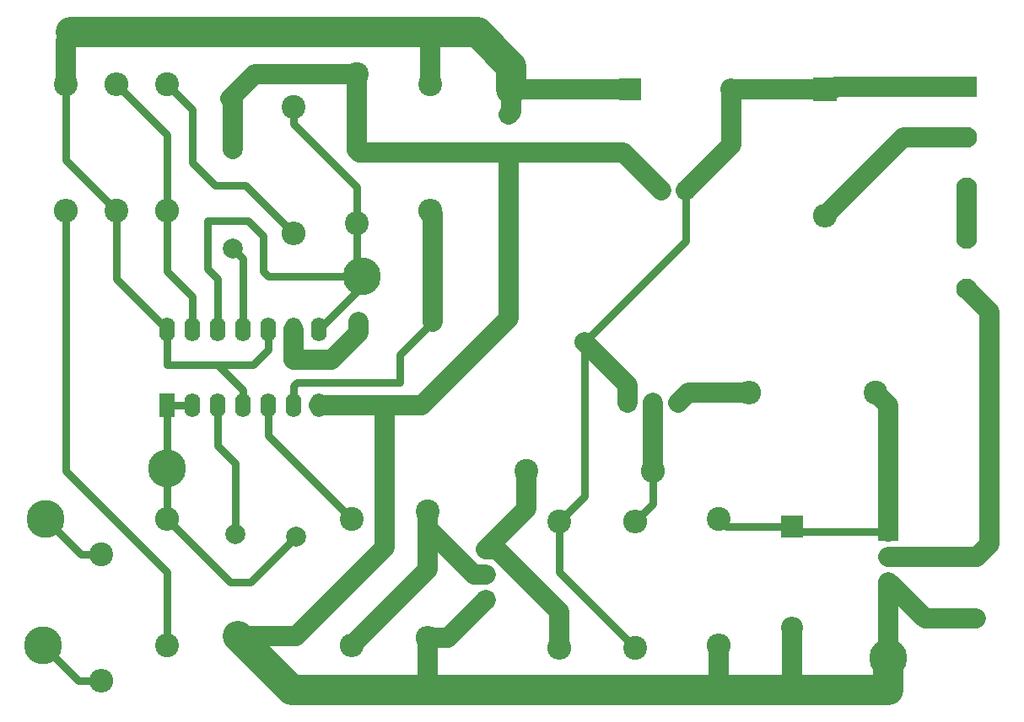
<source format=gbr>
G04 #@! TF.GenerationSoftware,KiCad,Pcbnew,(5.0.1)-4*
G04 #@! TF.CreationDate,2020-04-28T21:10:57-04:00*
G04 #@! TF.ProjectId,EFC_DIY_version,4546435F4449595F76657273696F6E2E,v01*
G04 #@! TF.SameCoordinates,Original*
G04 #@! TF.FileFunction,Copper,L1,Top,Signal*
G04 #@! TF.FilePolarity,Positive*
%FSLAX46Y46*%
G04 Gerber Fmt 4.6, Leading zero omitted, Abs format (unit mm)*
G04 Created by KiCad (PCBNEW (5.0.1)-4) date 4/28/2020 9:10:57 PM*
%MOMM*%
%LPD*%
G01*
G04 APERTURE LIST*
G04 #@! TA.AperFunction,ComponentPad*
%ADD10O,2.200000X2.200000*%
G04 #@! TD*
G04 #@! TA.AperFunction,ComponentPad*
%ADD11R,2.200000X2.200000*%
G04 #@! TD*
G04 #@! TA.AperFunction,ComponentPad*
%ADD12R,2.000000X1.905000*%
G04 #@! TD*
G04 #@! TA.AperFunction,ComponentPad*
%ADD13O,2.000000X1.905000*%
G04 #@! TD*
G04 #@! TA.AperFunction,ComponentPad*
%ADD14O,1.600000X2.400000*%
G04 #@! TD*
G04 #@! TA.AperFunction,ComponentPad*
%ADD15R,1.600000X2.400000*%
G04 #@! TD*
G04 #@! TA.AperFunction,ComponentPad*
%ADD16R,1.500000X1.500000*%
G04 #@! TD*
G04 #@! TA.AperFunction,ComponentPad*
%ADD17C,1.500000*%
G04 #@! TD*
G04 #@! TA.AperFunction,ComponentPad*
%ADD18C,1.800000*%
G04 #@! TD*
G04 #@! TA.AperFunction,ComponentPad*
%ADD19R,2.400000X2.400000*%
G04 #@! TD*
G04 #@! TA.AperFunction,ComponentPad*
%ADD20O,2.400000X2.400000*%
G04 #@! TD*
G04 #@! TA.AperFunction,ComponentPad*
%ADD21R,1.600000X1.600000*%
G04 #@! TD*
G04 #@! TA.AperFunction,ComponentPad*
%ADD22C,1.600000*%
G04 #@! TD*
G04 #@! TA.AperFunction,ComponentPad*
%ADD23C,2.000000*%
G04 #@! TD*
G04 #@! TA.AperFunction,ComponentPad*
%ADD24O,1.600000X1.600000*%
G04 #@! TD*
G04 #@! TA.AperFunction,ComponentPad*
%ADD25C,2.400000*%
G04 #@! TD*
G04 #@! TA.AperFunction,ComponentPad*
%ADD26R,2.100000X2.100000*%
G04 #@! TD*
G04 #@! TA.AperFunction,ComponentPad*
%ADD27C,2.100000*%
G04 #@! TD*
G04 #@! TA.AperFunction,ComponentPad*
%ADD28C,3.800000*%
G04 #@! TD*
G04 #@! TA.AperFunction,Conductor*
%ADD29C,2.032000*%
G04 #@! TD*
G04 #@! TA.AperFunction,Conductor*
%ADD30C,3.048000*%
G04 #@! TD*
G04 #@! TA.AperFunction,Conductor*
%ADD31C,0.762000*%
G04 #@! TD*
G04 APERTURE END LIST*
D10*
G04 #@! TO.P,D1,2*
G04 #@! TO.N,Net-(1N5819-Pad1)*
X192532000Y-45720000D03*
D11*
G04 #@! TO.P,D1,1*
G04 #@! TO.N,/Vcc*
X182372000Y-45720000D03*
G04 #@! TD*
G04 #@! TO.P,D2,1*
G04 #@! TO.N,Net-(D2-Pad1)*
X198628000Y-89662000D03*
D10*
G04 #@! TO.P,D2,2*
G04 #@! TO.N,Earth*
X198628000Y-99822000D03*
G04 #@! TD*
D12*
G04 #@! TO.P,Q1,1*
G04 #@! TO.N,Net-(D2-Pad1)*
X208280000Y-90170000D03*
D13*
G04 #@! TO.P,Q1,2*
G04 #@! TO.N,Net-(175L10-Pad1)*
X208280000Y-92710000D03*
G04 #@! TO.P,Q1,3*
G04 #@! TO.N,Earth*
X208280000Y-95250000D03*
G04 #@! TD*
D14*
G04 #@! TO.P,U1,14*
G04 #@! TO.N,/Vcc*
X135890000Y-69850000D03*
G04 #@! TO.P,U1,7*
G04 #@! TO.N,Earth*
X151130000Y-77470000D03*
G04 #@! TO.P,U1,13*
G04 #@! TO.N,Net-(R12-Pad2)*
X138430000Y-69850000D03*
G04 #@! TO.P,U1,6*
G04 #@! TO.N,Net-(C6-Pad1)*
X148590000Y-77470000D03*
G04 #@! TO.P,U1,12*
G04 #@! TO.N,Net-(C8-Pad1)*
X140970000Y-69850000D03*
G04 #@! TO.P,U1,5*
G04 #@! TO.N,Net-(R8-Pad1)*
X146050000Y-77470000D03*
G04 #@! TO.P,U1,11*
G04 #@! TO.N,Net-(C5-Pad1)*
X143510000Y-69850000D03*
G04 #@! TO.P,U1,4*
G04 #@! TO.N,/Vcc*
X143510000Y-77470000D03*
G04 #@! TO.P,U1,10*
X146050000Y-69850000D03*
G04 #@! TO.P,U1,3*
G04 #@! TO.N,Net-(C4-Pad1)*
X140970000Y-77470000D03*
G04 #@! TO.P,U1,9*
G04 #@! TO.N,Net-(C6-Pad2)*
X148590000Y-69850000D03*
G04 #@! TO.P,U1,2*
G04 #@! TO.N,Net-(C3-Pad1)*
X138430000Y-77470000D03*
G04 #@! TO.P,U1,8*
G04 #@! TO.N,Net-(C8-Pad1)*
X151130000Y-69850000D03*
D15*
G04 #@! TO.P,U1,1*
G04 #@! TO.N,Net-(C3-Pad1)*
X135890000Y-77470000D03*
G04 #@! TD*
D16*
G04 #@! TO.P,Q3,1*
G04 #@! TO.N,Earth*
X167894000Y-97028000D03*
D17*
G04 #@! TO.P,Q3,3*
G04 #@! TO.N,Net-(Q3-Pad3)*
X167894000Y-91948000D03*
G04 #@! TO.P,Q3,2*
G04 #@! TO.N,Net-(Q3-Pad2)*
X167894000Y-94488000D03*
G04 #@! TD*
D16*
G04 #@! TO.P,Q2,1*
G04 #@! TO.N,Net-(1N5819-Pad1)*
X182118000Y-77216000D03*
D17*
G04 #@! TO.P,Q2,3*
G04 #@! TO.N,Net-(Q2-Pad3)*
X187198000Y-77216000D03*
G04 #@! TO.P,Q2,2*
G04 #@! TO.N,Net-(Q2-Pad2)*
X184658000Y-77216000D03*
G04 #@! TD*
D18*
G04 #@! TO.P,175L10,1*
G04 #@! TO.N,Net-(175L10-Pad1)*
X218440000Y-91440000D03*
G04 #@! TO.P,175L10,2*
G04 #@! TO.N,Earth*
X217040000Y-98940000D03*
G04 #@! TD*
D19*
G04 #@! TO.P,1N5819,1*
G04 #@! TO.N,Net-(1N5819-Pad1)*
X201930000Y-45720000D03*
D20*
G04 #@! TO.P,1N5819,2*
G04 #@! TO.N,Net-(1N5819-Pad2)*
X201930000Y-58420000D03*
G04 #@! TD*
D21*
G04 #@! TO.P,C1,1*
G04 #@! TO.N,Net-(1N5819-Pad1)*
X187960000Y-55880000D03*
D22*
G04 #@! TO.P,C1,2*
G04 #@! TO.N,Earth*
X185460000Y-55880000D03*
G04 #@! TD*
D23*
G04 #@! TO.P,C2,2*
G04 #@! TO.N,Earth*
X167800000Y-71120000D03*
G04 #@! TO.P,C2,1*
G04 #@! TO.N,Net-(1N5819-Pad1)*
X177800000Y-71120000D03*
G04 #@! TD*
G04 #@! TO.P,C3,1*
G04 #@! TO.N,Net-(C3-Pad1)*
X148844000Y-90678000D03*
G04 #@! TO.P,C3,2*
G04 #@! TO.N,Earth*
X148844000Y-100678000D03*
G04 #@! TD*
G04 #@! TO.P,C4,1*
G04 #@! TO.N,Net-(C4-Pad1)*
X142748000Y-90424000D03*
G04 #@! TO.P,C4,2*
G04 #@! TO.N,Earth*
X142748000Y-100424000D03*
G04 #@! TD*
G04 #@! TO.P,C5,2*
G04 #@! TO.N,Earth*
X142494000Y-51722000D03*
G04 #@! TO.P,C5,1*
G04 #@! TO.N,Net-(C5-Pad1)*
X142494000Y-61722000D03*
G04 #@! TD*
D22*
G04 #@! TO.P,C6,1*
G04 #@! TO.N,Net-(C6-Pad1)*
X162560000Y-69088000D03*
D24*
G04 #@! TO.P,C6,2*
G04 #@! TO.N,Net-(C6-Pad2)*
X155060000Y-69088000D03*
G04 #@! TD*
D25*
G04 #@! TO.P,C8,1*
G04 #@! TO.N,Net-(C8-Pad1)*
X154940000Y-59182000D03*
G04 #@! TO.P,C8,2*
G04 #@! TO.N,Earth*
X154940000Y-44182000D03*
G04 #@! TD*
D21*
G04 #@! TO.P,C9,1*
G04 #@! TO.N,/Vcc*
X170180000Y-48260000D03*
D22*
G04 #@! TO.P,C9,2*
G04 #@! TO.N,Earth*
X170180000Y-52060000D03*
G04 #@! TD*
D26*
G04 #@! TO.P,J1,1*
G04 #@! TO.N,Net-(1N5819-Pad1)*
X216154000Y-45466000D03*
D27*
G04 #@! TO.P,J1,2*
G04 #@! TO.N,Net-(1N5819-Pad2)*
X216154000Y-50546000D03*
G04 #@! TO.P,J1,3*
G04 #@! TO.N,Net-(J1-Pad3)*
X216154000Y-55626000D03*
G04 #@! TO.P,J1,4*
X216154000Y-60706000D03*
G04 #@! TO.P,J1,5*
G04 #@! TO.N,Net-(175L10-Pad1)*
X216154000Y-65786000D03*
G04 #@! TD*
D25*
G04 #@! TO.P,R1,1*
G04 #@! TO.N,Net-(D2-Pad1)*
X207010000Y-76200000D03*
D20*
G04 #@! TO.P,R1,2*
G04 #@! TO.N,Net-(Q2-Pad3)*
X194310000Y-76200000D03*
G04 #@! TD*
D25*
G04 #@! TO.P,R2,1*
G04 #@! TO.N,Net-(D2-Pad1)*
X191262000Y-88900000D03*
D20*
G04 #@! TO.P,R2,2*
G04 #@! TO.N,Earth*
X191262000Y-101600000D03*
G04 #@! TD*
G04 #@! TO.P,R3,2*
G04 #@! TO.N,Net-(Q2-Pad2)*
X182880000Y-89154000D03*
D25*
G04 #@! TO.P,R3,1*
G04 #@! TO.N,Net-(1N5819-Pad1)*
X182880000Y-101854000D03*
G04 #@! TD*
D20*
G04 #@! TO.P,R4,2*
G04 #@! TO.N,Net-(H1-Pad1)*
X129286000Y-105156000D03*
D25*
G04 #@! TO.P,R4,1*
G04 #@! TO.N,Net-(H3-Pad1)*
X129286000Y-92456000D03*
G04 #@! TD*
D20*
G04 #@! TO.P,R5,2*
G04 #@! TO.N,Net-(Q2-Pad2)*
X184658000Y-84074000D03*
D25*
G04 #@! TO.P,R5,1*
G04 #@! TO.N,Net-(Q3-Pad3)*
X171958000Y-84074000D03*
G04 #@! TD*
G04 #@! TO.P,R6,1*
G04 #@! TO.N,Net-(1N5819-Pad1)*
X175260000Y-89154000D03*
D20*
G04 #@! TO.P,R6,2*
G04 #@! TO.N,Net-(Q3-Pad3)*
X175260000Y-101854000D03*
G04 #@! TD*
D25*
G04 #@! TO.P,R7,1*
G04 #@! TO.N,Net-(Q3-Pad2)*
X162052000Y-88138000D03*
D20*
G04 #@! TO.P,R7,2*
G04 #@! TO.N,Earth*
X162052000Y-100838000D03*
G04 #@! TD*
G04 #@! TO.P,R8,2*
G04 #@! TO.N,Net-(Q3-Pad2)*
X154432000Y-101600000D03*
D25*
G04 #@! TO.P,R8,1*
G04 #@! TO.N,Net-(R8-Pad1)*
X154432000Y-88900000D03*
G04 #@! TD*
G04 #@! TO.P,R9,1*
G04 #@! TO.N,/Vcc*
X125730000Y-45212000D03*
D20*
G04 #@! TO.P,R9,2*
G04 #@! TO.N,Net-(R10-Pad1)*
X125730000Y-57912000D03*
G04 #@! TD*
G04 #@! TO.P,R10,2*
G04 #@! TO.N,Net-(C3-Pad1)*
X135890000Y-88900000D03*
D25*
G04 #@! TO.P,R10,1*
G04 #@! TO.N,Net-(R10-Pad1)*
X135890000Y-101600000D03*
G04 #@! TD*
D20*
G04 #@! TO.P,R11,2*
G04 #@! TO.N,Net-(C6-Pad1)*
X162306000Y-57912000D03*
D25*
G04 #@! TO.P,R11,1*
G04 #@! TO.N,/Vcc*
X162306000Y-45212000D03*
G04 #@! TD*
G04 #@! TO.P,R12,1*
G04 #@! TO.N,/Vcc*
X130810000Y-57912000D03*
D20*
G04 #@! TO.P,R12,2*
G04 #@! TO.N,Net-(R12-Pad2)*
X130810000Y-45212000D03*
G04 #@! TD*
D25*
G04 #@! TO.P,R13,1*
G04 #@! TO.N,Net-(R13-Pad1)*
X135890000Y-45212000D03*
D20*
G04 #@! TO.P,R13,2*
G04 #@! TO.N,Net-(R12-Pad2)*
X135890000Y-57912000D03*
G04 #@! TD*
G04 #@! TO.P,R14,2*
G04 #@! TO.N,Net-(R13-Pad1)*
X148590000Y-60198000D03*
D25*
G04 #@! TO.P,R14,1*
G04 #@! TO.N,Net-(C8-Pad1)*
X148590000Y-47498000D03*
G04 #@! TD*
D28*
G04 #@! TO.P,cap_conn1,1*
G04 #@! TO.N,Net-(C3-Pad1)*
X135890000Y-83820000D03*
G04 #@! TD*
G04 #@! TO.P,cap_conn2,1*
G04 #@! TO.N,Net-(C8-Pad1)*
X155448000Y-64516000D03*
G04 #@! TD*
G04 #@! TO.P,H1,1*
G04 #@! TO.N,Net-(H1-Pad1)*
X123444000Y-101600000D03*
G04 #@! TD*
G04 #@! TO.P,H2,1*
G04 #@! TO.N,Earth*
X208280000Y-102870000D03*
G04 #@! TD*
G04 #@! TO.P,H3,1*
G04 #@! TO.N,Net-(H3-Pad1)*
X123698000Y-88900000D03*
G04 #@! TD*
D29*
G04 #@! TO.N,Net-(175L10-Pad1)*
X208280000Y-92710000D02*
X217170000Y-92710000D01*
X217170000Y-92710000D02*
X218440000Y-91440000D01*
X218440000Y-68072000D02*
X216154000Y-65786000D01*
X218440000Y-91440000D02*
X218440000Y-68072000D01*
G04 #@! TO.N,Earth*
X181640000Y-52060000D02*
X185460000Y-55880000D01*
X170180000Y-52060000D02*
X181640000Y-52060000D01*
X170180000Y-68740000D02*
X167800000Y-71120000D01*
X170180000Y-52060000D02*
X170180000Y-68740000D01*
X167800000Y-71120000D02*
X161450000Y-77470000D01*
X155184000Y-52060000D02*
X170180000Y-52060000D01*
X154940000Y-44182000D02*
X154940000Y-51816000D01*
X154940000Y-51816000D02*
X155184000Y-52060000D01*
X161450000Y-77470000D02*
X160020000Y-77470000D01*
X143002000Y-100678000D02*
X142748000Y-100424000D01*
X148844000Y-100678000D02*
X143002000Y-100678000D01*
D30*
X148395990Y-106071990D02*
X143002000Y-100678000D01*
X159258000Y-106071990D02*
X148395990Y-106071990D01*
D29*
X162052000Y-102535056D02*
X162052000Y-106071990D01*
X162052000Y-100838000D02*
X162052000Y-102535056D01*
D30*
X162052000Y-106071990D02*
X159258000Y-106071990D01*
D29*
X157734000Y-91788000D02*
X148844000Y-100678000D01*
X157734000Y-77470000D02*
X157734000Y-91788000D01*
X157734000Y-77470000D02*
X151130000Y-77470000D01*
X160020000Y-77470000D02*
X157734000Y-77470000D01*
D30*
X167894000Y-106071990D02*
X162052000Y-106071990D01*
D29*
X142240000Y-46642000D02*
X142494000Y-46896000D01*
X142494000Y-46896000D02*
X142494000Y-51722000D01*
X144700000Y-44182000D02*
X154940000Y-44182000D01*
X142240000Y-46642000D02*
X144700000Y-44182000D01*
D30*
X208280000Y-106071990D02*
X200660000Y-106071990D01*
X208280000Y-102870000D02*
X208280000Y-106071990D01*
D29*
X208280000Y-95250000D02*
X211970000Y-98940000D01*
X211970000Y-98940000D02*
X217040000Y-98940000D01*
X208280000Y-95250000D02*
X208280000Y-102870000D01*
X164084000Y-100838000D02*
X167894000Y-97028000D01*
X162052000Y-100838000D02*
X164084000Y-100838000D01*
D30*
X195834000Y-106071990D02*
X191262000Y-106071990D01*
D29*
X191262000Y-101600000D02*
X191262000Y-106071990D01*
D30*
X191262000Y-106071990D02*
X167894000Y-106071990D01*
X200660000Y-106071990D02*
X199136000Y-106071990D01*
X199136000Y-106071990D02*
X195834000Y-106071990D01*
D29*
X198628000Y-105563990D02*
X199136000Y-106071990D01*
X198628000Y-99822000D02*
X198628000Y-105563990D01*
D31*
G04 #@! TO.N,/Vcc*
X125730000Y-52832000D02*
X130810000Y-57912000D01*
X125730000Y-45212000D02*
X125730000Y-52832000D01*
X130810000Y-64770000D02*
X135890000Y-69850000D01*
X130810000Y-57912000D02*
X130810000Y-64770000D01*
X143510000Y-75946000D02*
X143510000Y-77470000D01*
X140970000Y-73406000D02*
X143510000Y-75946000D01*
X135890000Y-69850000D02*
X135890000Y-73406000D01*
X135890000Y-73406000D02*
X140970000Y-73406000D01*
X146050000Y-71882000D02*
X146050000Y-69850000D01*
X140970000Y-73406000D02*
X144526000Y-73406000D01*
X144526000Y-73406000D02*
X146050000Y-71882000D01*
D29*
X125730000Y-45212000D02*
X125730000Y-40894000D01*
D30*
X160020000Y-39978010D02*
X126238000Y-39978010D01*
D29*
X162306000Y-43514944D02*
X162306000Y-39978010D01*
X162306000Y-45212000D02*
X162306000Y-43514944D01*
D30*
X162306000Y-39978010D02*
X160020000Y-39978010D01*
D29*
X182372000Y-45720000D02*
X170434000Y-45720000D01*
X170434000Y-48006000D02*
X170180000Y-48260000D01*
X170434000Y-45720000D02*
X170434000Y-48006000D01*
D30*
X166978010Y-39978010D02*
X162306000Y-39978010D01*
X170434000Y-43434000D02*
X166978010Y-39978010D01*
X170434000Y-45720000D02*
X170434000Y-43434000D01*
D29*
G04 #@! TO.N,Net-(1N5819-Pad2)*
X209804000Y-50546000D02*
X201930000Y-58420000D01*
X216154000Y-50546000D02*
X209804000Y-50546000D01*
D31*
G04 #@! TO.N,Net-(C3-Pad1)*
X135890000Y-88900000D02*
X135890000Y-83820000D01*
X135890000Y-83820000D02*
X135890000Y-77470000D01*
X135890000Y-77470000D02*
X138430000Y-77470000D01*
X144272000Y-95250000D02*
X148844000Y-90678000D01*
X135890000Y-88900000D02*
X142240000Y-95250000D01*
X142240000Y-95250000D02*
X144272000Y-95250000D01*
G04 #@! TO.N,Net-(C4-Pad1)*
X142748000Y-90424000D02*
X142748000Y-83312000D01*
X140970000Y-81534000D02*
X140970000Y-77470000D01*
X142748000Y-83312000D02*
X140970000Y-81534000D01*
G04 #@! TO.N,Net-(C5-Pad1)*
X143493999Y-62721999D02*
X143493999Y-65261999D01*
X142494000Y-61722000D02*
X143493999Y-62721999D01*
X143510000Y-65278000D02*
X143510000Y-69850000D01*
X143493999Y-65261999D02*
X143510000Y-65278000D01*
D29*
G04 #@! TO.N,Net-(C6-Pad1)*
X162560000Y-58166000D02*
X162306000Y-57912000D01*
X162560000Y-69088000D02*
X162560000Y-58166000D01*
D31*
X148590000Y-75508000D02*
X148914000Y-75184000D01*
X148590000Y-77470000D02*
X148590000Y-75508000D01*
X148914000Y-75184000D02*
X159258000Y-75184000D01*
X159258000Y-72390000D02*
X162560000Y-69088000D01*
X159258000Y-75184000D02*
X159258000Y-72390000D01*
D29*
G04 #@! TO.N,Net-(C6-Pad2)*
X148590000Y-69850000D02*
X148590000Y-72898000D01*
X155060000Y-70219370D02*
X155060000Y-69088000D01*
X152381370Y-72898000D02*
X155060000Y-70219370D01*
X148590000Y-72898000D02*
X152381370Y-72898000D01*
D31*
G04 #@! TO.N,Net-(C8-Pad1)*
X154940000Y-57484944D02*
X154940000Y-59182000D01*
X154940000Y-55545056D02*
X154940000Y-57484944D01*
X148590000Y-49195056D02*
X154940000Y-55545056D01*
X148590000Y-47498000D02*
X148590000Y-49195056D01*
X140970000Y-68718630D02*
X140970000Y-69850000D01*
X140970000Y-64770000D02*
X140970000Y-68718630D01*
X155448000Y-64516000D02*
X146050000Y-64516000D01*
X139954000Y-63754000D02*
X140970000Y-64770000D01*
X146050000Y-64516000D02*
X145542000Y-64008000D01*
X145542000Y-64008000D02*
X145542000Y-60452000D01*
X145542000Y-60452000D02*
X144018000Y-58928000D01*
X144018000Y-58928000D02*
X139954000Y-58928000D01*
X139954000Y-58928000D02*
X139954000Y-63754000D01*
X154940000Y-64008000D02*
X155448000Y-64516000D01*
X154940000Y-59182000D02*
X154940000Y-64008000D01*
X155448000Y-65532000D02*
X151130000Y-69850000D01*
X155448000Y-64516000D02*
X155448000Y-65532000D01*
G04 #@! TO.N,Net-(H1-Pad1)*
X127000000Y-105156000D02*
X123444000Y-101600000D01*
X129286000Y-105156000D02*
X127000000Y-105156000D01*
G04 #@! TO.N,Net-(Q2-Pad2)*
X184658000Y-87376000D02*
X182880000Y-89154000D01*
X184658000Y-84074000D02*
X184658000Y-87376000D01*
D29*
X184658000Y-77216000D02*
X184658000Y-84074000D01*
G04 #@! TO.N,Net-(Q2-Pad3)*
X188214000Y-76200000D02*
X187198000Y-77216000D01*
X194310000Y-76200000D02*
X188214000Y-76200000D01*
G04 #@! TO.N,Net-(Q3-Pad3)*
X171958000Y-87884000D02*
X167894000Y-91948000D01*
X171958000Y-84074000D02*
X171958000Y-87884000D01*
X175260000Y-100156944D02*
X175260000Y-101854000D01*
X175260000Y-98253340D02*
X175260000Y-100156944D01*
X168954660Y-91948000D02*
X175260000Y-98253340D01*
X167894000Y-91948000D02*
X168954660Y-91948000D01*
G04 #@! TO.N,Net-(Q3-Pad2)*
X162052000Y-89835056D02*
X162052000Y-88138000D01*
X166704944Y-94488000D02*
X162052000Y-89835056D01*
X167894000Y-94488000D02*
X166704944Y-94488000D01*
X162052000Y-93980000D02*
X154432000Y-101600000D01*
X162052000Y-88138000D02*
X162052000Y-93980000D01*
D31*
G04 #@! TO.N,Net-(R8-Pad1)*
X146050000Y-80518000D02*
X146050000Y-77470000D01*
X154432000Y-88900000D02*
X146050000Y-80518000D01*
G04 #@! TO.N,Net-(R10-Pad1)*
X125730000Y-57912000D02*
X125730000Y-84074000D01*
X135890000Y-94234000D02*
X135890000Y-101600000D01*
X125730000Y-84074000D02*
X135890000Y-94234000D01*
G04 #@! TO.N,Net-(R12-Pad2)*
X135890000Y-50292000D02*
X130810000Y-45212000D01*
X135890000Y-57912000D02*
X135890000Y-50292000D01*
X135890000Y-57912000D02*
X135890000Y-64008000D01*
X138430000Y-66548000D02*
X138430000Y-69850000D01*
X135890000Y-64008000D02*
X138430000Y-66548000D01*
G04 #@! TO.N,Net-(R13-Pad1)*
X138430000Y-47752000D02*
X135890000Y-45212000D01*
X138430000Y-53086000D02*
X138430000Y-47752000D01*
X140716000Y-55372000D02*
X138430000Y-53086000D01*
X148590000Y-60198000D02*
X143764000Y-55372000D01*
X143764000Y-55372000D02*
X140716000Y-55372000D01*
D29*
G04 #@! TO.N,Net-(J1-Pad3)*
X216154000Y-55626000D02*
X216154000Y-60706000D01*
D31*
G04 #@! TO.N,Net-(H3-Pad1)*
X127254000Y-92456000D02*
X123698000Y-88900000D01*
X129286000Y-92456000D02*
X127254000Y-92456000D01*
G04 #@! TO.N,Net-(1N5819-Pad1)*
X187960000Y-60960000D02*
X177800000Y-71120000D01*
X187960000Y-55880000D02*
X187960000Y-60960000D01*
X177800000Y-78232000D02*
X177800000Y-71120000D01*
X177800000Y-86614000D02*
X175260000Y-89154000D01*
X177800000Y-78232000D02*
X177800000Y-86614000D01*
X175260000Y-94234000D02*
X175260000Y-89154000D01*
X182880000Y-101854000D02*
X175260000Y-94234000D01*
D29*
X202946000Y-45466000D02*
X216154000Y-45466000D01*
X202692000Y-45720000D02*
X202946000Y-45466000D01*
X182118000Y-75438000D02*
X177800000Y-71120000D01*
X182118000Y-77216000D02*
X182118000Y-75438000D01*
X201930000Y-45720000D02*
X192532000Y-45720000D01*
X192532000Y-51308000D02*
X187960000Y-55880000D01*
X192532000Y-45720000D02*
X192532000Y-51308000D01*
G04 #@! TO.N,Net-(D2-Pad1)*
X208280000Y-77470000D02*
X207010000Y-76200000D01*
X208280000Y-90170000D02*
X208280000Y-77470000D01*
D31*
X199136000Y-90170000D02*
X198628000Y-89662000D01*
X208280000Y-90170000D02*
X199136000Y-90170000D01*
X192024000Y-89662000D02*
X191262000Y-88900000D01*
X198628000Y-89662000D02*
X192024000Y-89662000D01*
G04 #@! TD*
M02*

</source>
